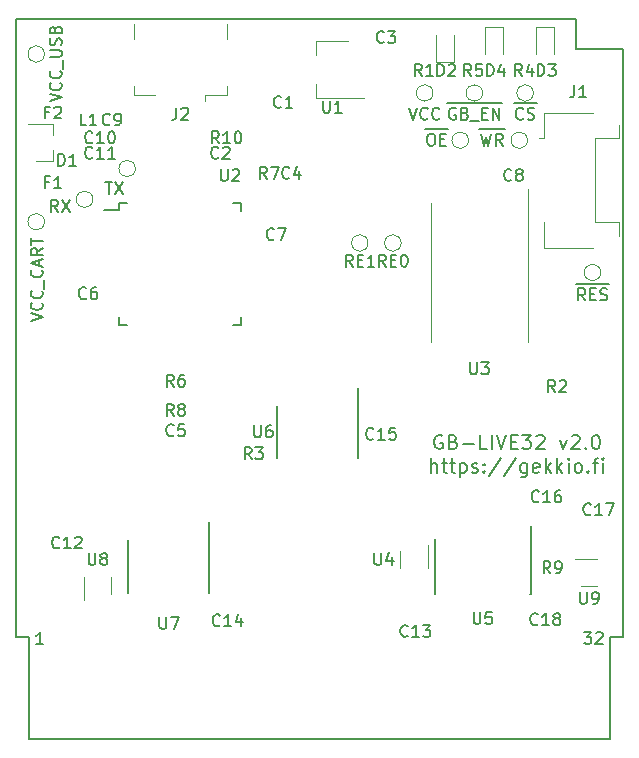
<source format=gbr>
G04 #@! TF.GenerationSoftware,KiCad,Pcbnew,5.0.2-bee76a0~70~ubuntu18.10.1*
G04 #@! TF.CreationDate,2019-01-06T00:11:33+02:00*
G04 #@! TF.ProjectId,GB-LIVE32,47422d4c-4956-4453-9332-2e6b69636164,v2.0*
G04 #@! TF.SameCoordinates,Original*
G04 #@! TF.FileFunction,Legend,Top*
G04 #@! TF.FilePolarity,Positive*
%FSLAX46Y46*%
G04 Gerber Fmt 4.6, Leading zero omitted, Abs format (unit mm)*
G04 Created by KiCad (PCBNEW 5.0.2-bee76a0~70~ubuntu18.10.1) date su  6. tammikuuta 2019 00.11.33*
%MOMM*%
%LPD*%
G01*
G04 APERTURE LIST*
%ADD10C,0.200000*%
%ADD11C,0.150000*%
%ADD12C,0.120000*%
G04 APERTURE END LIST*
D10*
X110357142Y-74300000D02*
X110242857Y-74242857D01*
X110071428Y-74242857D01*
X109899999Y-74300000D01*
X109785714Y-74414285D01*
X109728571Y-74528571D01*
X109671428Y-74757142D01*
X109671428Y-74928571D01*
X109728571Y-75157142D01*
X109785714Y-75271428D01*
X109899999Y-75385714D01*
X110071428Y-75442857D01*
X110185714Y-75442857D01*
X110357142Y-75385714D01*
X110414285Y-75328571D01*
X110414285Y-74928571D01*
X110185714Y-74928571D01*
X111328571Y-74814285D02*
X111499999Y-74871428D01*
X111557142Y-74928571D01*
X111614285Y-75042857D01*
X111614285Y-75214285D01*
X111557142Y-75328571D01*
X111499999Y-75385714D01*
X111385714Y-75442857D01*
X110928571Y-75442857D01*
X110928571Y-74242857D01*
X111328571Y-74242857D01*
X111442857Y-74300000D01*
X111499999Y-74357142D01*
X111557142Y-74471428D01*
X111557142Y-74585714D01*
X111499999Y-74700000D01*
X111442857Y-74757142D01*
X111328571Y-74814285D01*
X110928571Y-74814285D01*
X112128571Y-74985714D02*
X113042857Y-74985714D01*
X114185714Y-75442857D02*
X113614285Y-75442857D01*
X113614285Y-74242857D01*
X114585714Y-75442857D02*
X114585714Y-74242857D01*
X114985714Y-74242857D02*
X115385714Y-75442857D01*
X115785714Y-74242857D01*
X116185714Y-74814285D02*
X116585714Y-74814285D01*
X116757142Y-75442857D02*
X116185714Y-75442857D01*
X116185714Y-74242857D01*
X116757142Y-74242857D01*
X117157142Y-74242857D02*
X117899999Y-74242857D01*
X117499999Y-74700000D01*
X117671428Y-74700000D01*
X117785714Y-74757142D01*
X117842857Y-74814285D01*
X117899999Y-74928571D01*
X117899999Y-75214285D01*
X117842857Y-75328571D01*
X117785714Y-75385714D01*
X117671428Y-75442857D01*
X117328571Y-75442857D01*
X117214285Y-75385714D01*
X117157142Y-75328571D01*
X118357142Y-74357142D02*
X118414285Y-74300000D01*
X118528571Y-74242857D01*
X118814285Y-74242857D01*
X118928571Y-74300000D01*
X118985714Y-74357142D01*
X119042857Y-74471428D01*
X119042857Y-74585714D01*
X118985714Y-74757142D01*
X118299999Y-75442857D01*
X119042857Y-75442857D01*
X120357142Y-74642857D02*
X120642857Y-75442857D01*
X120928571Y-74642857D01*
X121328571Y-74357142D02*
X121385714Y-74300000D01*
X121500000Y-74242857D01*
X121785714Y-74242857D01*
X121900000Y-74300000D01*
X121957142Y-74357142D01*
X122014285Y-74471428D01*
X122014285Y-74585714D01*
X121957142Y-74757142D01*
X121271428Y-75442857D01*
X122014285Y-75442857D01*
X122528571Y-75328571D02*
X122585714Y-75385714D01*
X122528571Y-75442857D01*
X122471428Y-75385714D01*
X122528571Y-75328571D01*
X122528571Y-75442857D01*
X123328571Y-74242857D02*
X123442857Y-74242857D01*
X123557142Y-74300000D01*
X123614285Y-74357142D01*
X123671428Y-74471428D01*
X123728571Y-74700000D01*
X123728571Y-74985714D01*
X123671428Y-75214285D01*
X123614285Y-75328571D01*
X123557142Y-75385714D01*
X123442857Y-75442857D01*
X123328571Y-75442857D01*
X123214285Y-75385714D01*
X123157142Y-75328571D01*
X123099999Y-75214285D01*
X123042857Y-74985714D01*
X123042857Y-74700000D01*
X123099999Y-74471428D01*
X123157142Y-74357142D01*
X123214285Y-74300000D01*
X123328571Y-74242857D01*
X109414285Y-77442857D02*
X109414285Y-76242857D01*
X109928571Y-77442857D02*
X109928571Y-76814285D01*
X109871428Y-76700000D01*
X109757142Y-76642857D01*
X109585714Y-76642857D01*
X109471428Y-76700000D01*
X109414285Y-76757142D01*
X110328571Y-76642857D02*
X110785714Y-76642857D01*
X110500000Y-76242857D02*
X110500000Y-77271428D01*
X110557142Y-77385714D01*
X110671428Y-77442857D01*
X110785714Y-77442857D01*
X111014285Y-76642857D02*
X111471428Y-76642857D01*
X111185714Y-76242857D02*
X111185714Y-77271428D01*
X111242857Y-77385714D01*
X111357142Y-77442857D01*
X111471428Y-77442857D01*
X111871428Y-76642857D02*
X111871428Y-77842857D01*
X111871428Y-76700000D02*
X111985714Y-76642857D01*
X112214285Y-76642857D01*
X112328571Y-76700000D01*
X112385714Y-76757142D01*
X112442857Y-76871428D01*
X112442857Y-77214285D01*
X112385714Y-77328571D01*
X112328571Y-77385714D01*
X112214285Y-77442857D01*
X111985714Y-77442857D01*
X111871428Y-77385714D01*
X112900000Y-77385714D02*
X113014285Y-77442857D01*
X113242857Y-77442857D01*
X113357142Y-77385714D01*
X113414285Y-77271428D01*
X113414285Y-77214285D01*
X113357142Y-77100000D01*
X113242857Y-77042857D01*
X113071428Y-77042857D01*
X112957142Y-76985714D01*
X112900000Y-76871428D01*
X112900000Y-76814285D01*
X112957142Y-76700000D01*
X113071428Y-76642857D01*
X113242857Y-76642857D01*
X113357142Y-76700000D01*
X113928571Y-77328571D02*
X113985714Y-77385714D01*
X113928571Y-77442857D01*
X113871428Y-77385714D01*
X113928571Y-77328571D01*
X113928571Y-77442857D01*
X113928571Y-76700000D02*
X113985714Y-76757142D01*
X113928571Y-76814285D01*
X113871428Y-76757142D01*
X113928571Y-76700000D01*
X113928571Y-76814285D01*
X115357142Y-76185714D02*
X114328571Y-77728571D01*
X116614285Y-76185714D02*
X115585714Y-77728571D01*
X117528571Y-76642857D02*
X117528571Y-77614285D01*
X117471428Y-77728571D01*
X117414285Y-77785714D01*
X117300000Y-77842857D01*
X117128571Y-77842857D01*
X117014285Y-77785714D01*
X117528571Y-77385714D02*
X117414285Y-77442857D01*
X117185714Y-77442857D01*
X117071428Y-77385714D01*
X117014285Y-77328571D01*
X116957142Y-77214285D01*
X116957142Y-76871428D01*
X117014285Y-76757142D01*
X117071428Y-76700000D01*
X117185714Y-76642857D01*
X117414285Y-76642857D01*
X117528571Y-76700000D01*
X118557142Y-77385714D02*
X118442857Y-77442857D01*
X118214285Y-77442857D01*
X118100000Y-77385714D01*
X118042857Y-77271428D01*
X118042857Y-76814285D01*
X118100000Y-76700000D01*
X118214285Y-76642857D01*
X118442857Y-76642857D01*
X118557142Y-76700000D01*
X118614285Y-76814285D01*
X118614285Y-76928571D01*
X118042857Y-77042857D01*
X119128571Y-77442857D02*
X119128571Y-76242857D01*
X119242857Y-76985714D02*
X119585714Y-77442857D01*
X119585714Y-76642857D02*
X119128571Y-77100000D01*
X120100000Y-77442857D02*
X120100000Y-76242857D01*
X120214285Y-76985714D02*
X120557142Y-77442857D01*
X120557142Y-76642857D02*
X120100000Y-77100000D01*
X121071428Y-77442857D02*
X121071428Y-76642857D01*
X121071428Y-76242857D02*
X121014285Y-76300000D01*
X121071428Y-76357142D01*
X121128571Y-76300000D01*
X121071428Y-76242857D01*
X121071428Y-76357142D01*
X121814285Y-77442857D02*
X121700000Y-77385714D01*
X121642857Y-77328571D01*
X121585714Y-77214285D01*
X121585714Y-76871428D01*
X121642857Y-76757142D01*
X121700000Y-76700000D01*
X121814285Y-76642857D01*
X121985714Y-76642857D01*
X122100000Y-76700000D01*
X122157142Y-76757142D01*
X122214285Y-76871428D01*
X122214285Y-77214285D01*
X122157142Y-77328571D01*
X122100000Y-77385714D01*
X121985714Y-77442857D01*
X121814285Y-77442857D01*
X122728571Y-77328571D02*
X122785714Y-77385714D01*
X122728571Y-77442857D01*
X122671428Y-77385714D01*
X122728571Y-77328571D01*
X122728571Y-77442857D01*
X123128571Y-76642857D02*
X123585714Y-76642857D01*
X123300000Y-77442857D02*
X123300000Y-76414285D01*
X123357142Y-76300000D01*
X123471428Y-76242857D01*
X123585714Y-76242857D01*
X123985714Y-77442857D02*
X123985714Y-76642857D01*
X123985714Y-76242857D02*
X123928571Y-76300000D01*
X123985714Y-76357142D01*
X124042857Y-76300000D01*
X123985714Y-76242857D01*
X123985714Y-76357142D01*
D11*
X121700000Y-41600000D02*
X125700000Y-41600000D01*
X121700000Y-39000000D02*
X121700000Y-41600000D01*
X125700000Y-41600000D02*
X125700000Y-91400000D01*
X74300000Y-39000000D02*
X121700000Y-39000000D01*
X74300000Y-91400000D02*
X74300000Y-39000000D01*
X124600000Y-91400000D02*
X125700000Y-91400000D01*
X75400000Y-91400000D02*
X74300000Y-91400000D01*
X124600000Y-91400000D02*
X124600000Y-100000000D01*
X75400000Y-100000000D02*
X124600000Y-100000000D01*
X75400000Y-91400000D02*
X75400000Y-100000000D01*
D12*
G04 #@! TO.C,U3*
X109400000Y-54600000D02*
X109400000Y-66400000D01*
X117600000Y-66400000D02*
X117600000Y-53400000D01*
G04 #@! TO.C,J1*
X123135000Y-46965000D02*
X119005000Y-46965000D01*
X119005000Y-46965000D02*
X119005000Y-49140000D01*
X119005000Y-49140000D02*
X118605000Y-49140000D01*
X123135000Y-58435000D02*
X119005000Y-58435000D01*
X119005000Y-58435000D02*
X119005000Y-56260000D01*
X125325000Y-47980000D02*
X125325000Y-49135000D01*
X125325000Y-49135000D02*
X123325000Y-49135000D01*
X123325000Y-49135000D02*
X123325000Y-56265000D01*
X123325000Y-56265000D02*
X125325000Y-56265000D01*
X125325000Y-56265000D02*
X125325000Y-57420000D01*
G04 #@! TO.C,TP1*
X76700000Y-56200000D02*
G75*
G03X76700000Y-56200000I-700000J0D01*
G01*
G04 #@! TO.C,TP2*
X106900000Y-58000000D02*
G75*
G03X106900000Y-58000000I-700000J0D01*
G01*
G04 #@! TO.C,TP3*
X104100000Y-58000000D02*
G75*
G03X104100000Y-58000000I-700000J0D01*
G01*
G04 #@! TO.C,TP4*
X84400000Y-51700000D02*
G75*
G03X84400000Y-51700000I-700000J0D01*
G01*
G04 #@! TO.C,TP5*
X80800000Y-54300000D02*
G75*
G03X80800000Y-54300000I-700000J0D01*
G01*
G04 #@! TO.C,TP6*
X109600000Y-45300000D02*
G75*
G03X109600000Y-45300000I-700000J0D01*
G01*
G04 #@! TO.C,TP7*
X118100000Y-45300000D02*
G75*
G03X118100000Y-45300000I-700000J0D01*
G01*
G04 #@! TO.C,TP8*
X113800000Y-45300000D02*
G75*
G03X113800000Y-45300000I-700000J0D01*
G01*
G04 #@! TO.C,TP9*
X117600000Y-49300000D02*
G75*
G03X117600000Y-49300000I-700000J0D01*
G01*
G04 #@! TO.C,TP10*
X112600000Y-49300000D02*
G75*
G03X112600000Y-49300000I-700000J0D01*
G01*
G04 #@! TO.C,TP11*
X76700000Y-42000000D02*
G75*
G03X76700000Y-42000000I-700000J0D01*
G01*
G04 #@! TO.C,TP12*
X123800000Y-60500000D02*
G75*
G03X123800000Y-60500000I-700000J0D01*
G01*
G04 #@! TO.C,D1*
X77460000Y-51080000D02*
X77460000Y-50150000D01*
X77460000Y-47920000D02*
X77460000Y-48850000D01*
X77460000Y-47920000D02*
X75300000Y-47920000D01*
X77460000Y-51080000D02*
X76000000Y-51080000D01*
G04 #@! TO.C,D2*
X111360000Y-42670000D02*
X111360000Y-40400000D01*
X109840000Y-42670000D02*
X111360000Y-42670000D01*
X109840000Y-40400000D02*
X109840000Y-42670000D01*
G04 #@! TO.C,D3*
X119860000Y-42000000D02*
X119860000Y-39730000D01*
X119860000Y-39730000D02*
X118340000Y-39730000D01*
X118340000Y-39730000D02*
X118340000Y-42000000D01*
G04 #@! TO.C,D4*
X115560000Y-42000000D02*
X115560000Y-39730000D01*
X115560000Y-39730000D02*
X114040000Y-39730000D01*
X114040000Y-39730000D02*
X114040000Y-42000000D01*
G04 #@! TO.C,J2*
X84250000Y-44700000D02*
X84250000Y-45500000D01*
X84250000Y-45500000D02*
X86100000Y-45500000D01*
X90300000Y-45500000D02*
X92150000Y-45500000D01*
X92150000Y-45500000D02*
X92150000Y-44700000D01*
X90300000Y-45500000D02*
X90300000Y-45950000D01*
X84250000Y-40700000D02*
X84250000Y-39500000D01*
X92150000Y-40700000D02*
X92150000Y-39500000D01*
G04 #@! TO.C,U1*
X99720000Y-42100000D02*
X99720000Y-40900000D01*
X99720000Y-40900000D02*
X102420000Y-40900000D01*
X103720000Y-45700000D02*
X99720000Y-45700000D01*
X99720000Y-45700000D02*
X99720000Y-44500000D01*
D11*
G04 #@! TO.C,U2*
X83025000Y-55200000D02*
X81750000Y-55200000D01*
X93375000Y-54625000D02*
X92700000Y-54625000D01*
X93375000Y-64975000D02*
X92700000Y-64975000D01*
X83025000Y-64975000D02*
X83700000Y-64975000D01*
X83025000Y-54625000D02*
X83700000Y-54625000D01*
X83025000Y-64975000D02*
X83025000Y-64300000D01*
X93375000Y-64975000D02*
X93375000Y-64300000D01*
X93375000Y-54625000D02*
X93375000Y-55300000D01*
X83025000Y-54625000D02*
X83025000Y-55200000D01*
D12*
G04 #@! TO.C,U4*
X109160000Y-85500000D02*
X109160000Y-83600000D01*
X106840000Y-84100000D02*
X106840000Y-85500000D01*
D11*
G04 #@! TO.C,U5*
X117825000Y-87725000D02*
X117800000Y-87725000D01*
X109775000Y-87725000D02*
X109800000Y-87725000D01*
X109775000Y-83075000D02*
X109800000Y-83075000D01*
X117875000Y-82000000D02*
X117875000Y-87725000D01*
X109775000Y-83075000D02*
X109775000Y-87725000D01*
G04 #@! TO.C,U6*
X103250000Y-70250000D02*
X103250000Y-76225000D01*
X96350000Y-71775000D02*
X96350000Y-76225000D01*
G04 #@! TO.C,U7*
X83750000Y-83175000D02*
X83750000Y-87625000D01*
X90650000Y-81650000D02*
X90650000Y-87625000D01*
D12*
G04 #@! TO.C,U8*
X80040000Y-86300000D02*
X80040000Y-88200000D01*
X82360000Y-87700000D02*
X82360000Y-86300000D01*
G04 #@! TO.C,U9*
X122100000Y-87060000D02*
X123500000Y-87060000D01*
X123500000Y-84740000D02*
X121600000Y-84740000D01*
G04 #@! TD*
G04 #@! TO.C,U3*
D11*
X112738095Y-68102380D02*
X112738095Y-68911904D01*
X112785714Y-69007142D01*
X112833333Y-69054761D01*
X112928571Y-69102380D01*
X113119047Y-69102380D01*
X113214285Y-69054761D01*
X113261904Y-69007142D01*
X113309523Y-68911904D01*
X113309523Y-68102380D01*
X113690476Y-68102380D02*
X114309523Y-68102380D01*
X113976190Y-68483333D01*
X114119047Y-68483333D01*
X114214285Y-68530952D01*
X114261904Y-68578571D01*
X114309523Y-68673809D01*
X114309523Y-68911904D01*
X114261904Y-69007142D01*
X114214285Y-69054761D01*
X114119047Y-69102380D01*
X113833333Y-69102380D01*
X113738095Y-69054761D01*
X113690476Y-69007142D01*
G04 #@! TO.C,J1*
X121566666Y-44652380D02*
X121566666Y-45366666D01*
X121519047Y-45509523D01*
X121423809Y-45604761D01*
X121280952Y-45652380D01*
X121185714Y-45652380D01*
X122566666Y-45652380D02*
X121995238Y-45652380D01*
X122280952Y-45652380D02*
X122280952Y-44652380D01*
X122185714Y-44795238D01*
X122090476Y-44890476D01*
X121995238Y-44938095D01*
G04 #@! TO.C,TP1*
X75552380Y-64623809D02*
X76552380Y-64290476D01*
X75552380Y-63957142D01*
X76457142Y-63052380D02*
X76504761Y-63100000D01*
X76552380Y-63242857D01*
X76552380Y-63338095D01*
X76504761Y-63480952D01*
X76409523Y-63576190D01*
X76314285Y-63623809D01*
X76123809Y-63671428D01*
X75980952Y-63671428D01*
X75790476Y-63623809D01*
X75695238Y-63576190D01*
X75600000Y-63480952D01*
X75552380Y-63338095D01*
X75552380Y-63242857D01*
X75600000Y-63100000D01*
X75647619Y-63052380D01*
X76457142Y-62052380D02*
X76504761Y-62100000D01*
X76552380Y-62242857D01*
X76552380Y-62338095D01*
X76504761Y-62480952D01*
X76409523Y-62576190D01*
X76314285Y-62623809D01*
X76123809Y-62671428D01*
X75980952Y-62671428D01*
X75790476Y-62623809D01*
X75695238Y-62576190D01*
X75600000Y-62480952D01*
X75552380Y-62338095D01*
X75552380Y-62242857D01*
X75600000Y-62100000D01*
X75647619Y-62052380D01*
X76647619Y-61861904D02*
X76647619Y-61100000D01*
X76457142Y-60290476D02*
X76504761Y-60338095D01*
X76552380Y-60480952D01*
X76552380Y-60576190D01*
X76504761Y-60719047D01*
X76409523Y-60814285D01*
X76314285Y-60861904D01*
X76123809Y-60909523D01*
X75980952Y-60909523D01*
X75790476Y-60861904D01*
X75695238Y-60814285D01*
X75600000Y-60719047D01*
X75552380Y-60576190D01*
X75552380Y-60480952D01*
X75600000Y-60338095D01*
X75647619Y-60290476D01*
X76266666Y-59909523D02*
X76266666Y-59433333D01*
X76552380Y-60004761D02*
X75552380Y-59671428D01*
X76552380Y-59338095D01*
X76552380Y-58433333D02*
X76076190Y-58766666D01*
X76552380Y-59004761D02*
X75552380Y-59004761D01*
X75552380Y-58623809D01*
X75600000Y-58528571D01*
X75647619Y-58480952D01*
X75742857Y-58433333D01*
X75885714Y-58433333D01*
X75980952Y-58480952D01*
X76028571Y-58528571D01*
X76076190Y-58623809D01*
X76076190Y-59004761D01*
X75552380Y-58147619D02*
X75552380Y-57576190D01*
X76552380Y-57861904D02*
X75552380Y-57861904D01*
G04 #@! TO.C,TP2*
X105580952Y-60002380D02*
X105247619Y-59526190D01*
X105009523Y-60002380D02*
X105009523Y-59002380D01*
X105390476Y-59002380D01*
X105485714Y-59050000D01*
X105533333Y-59097619D01*
X105580952Y-59192857D01*
X105580952Y-59335714D01*
X105533333Y-59430952D01*
X105485714Y-59478571D01*
X105390476Y-59526190D01*
X105009523Y-59526190D01*
X106009523Y-59478571D02*
X106342857Y-59478571D01*
X106485714Y-60002380D02*
X106009523Y-60002380D01*
X106009523Y-59002380D01*
X106485714Y-59002380D01*
X107104761Y-59002380D02*
X107200000Y-59002380D01*
X107295238Y-59050000D01*
X107342857Y-59097619D01*
X107390476Y-59192857D01*
X107438095Y-59383333D01*
X107438095Y-59621428D01*
X107390476Y-59811904D01*
X107342857Y-59907142D01*
X107295238Y-59954761D01*
X107200000Y-60002380D01*
X107104761Y-60002380D01*
X107009523Y-59954761D01*
X106961904Y-59907142D01*
X106914285Y-59811904D01*
X106866666Y-59621428D01*
X106866666Y-59383333D01*
X106914285Y-59192857D01*
X106961904Y-59097619D01*
X107009523Y-59050000D01*
X107104761Y-59002380D01*
G04 #@! TO.C,TP3*
X102780952Y-60002380D02*
X102447619Y-59526190D01*
X102209523Y-60002380D02*
X102209523Y-59002380D01*
X102590476Y-59002380D01*
X102685714Y-59050000D01*
X102733333Y-59097619D01*
X102780952Y-59192857D01*
X102780952Y-59335714D01*
X102733333Y-59430952D01*
X102685714Y-59478571D01*
X102590476Y-59526190D01*
X102209523Y-59526190D01*
X103209523Y-59478571D02*
X103542857Y-59478571D01*
X103685714Y-60002380D02*
X103209523Y-60002380D01*
X103209523Y-59002380D01*
X103685714Y-59002380D01*
X104638095Y-60002380D02*
X104066666Y-60002380D01*
X104352380Y-60002380D02*
X104352380Y-59002380D01*
X104257142Y-59145238D01*
X104161904Y-59240476D01*
X104066666Y-59288095D01*
G04 #@! TO.C,TP4*
X81838095Y-52852380D02*
X82409523Y-52852380D01*
X82123809Y-53852380D02*
X82123809Y-52852380D01*
X82647619Y-52852380D02*
X83314285Y-53852380D01*
X83314285Y-52852380D02*
X82647619Y-53852380D01*
G04 #@! TO.C,TP5*
X77833333Y-55352380D02*
X77500000Y-54876190D01*
X77261904Y-55352380D02*
X77261904Y-54352380D01*
X77642857Y-54352380D01*
X77738095Y-54400000D01*
X77785714Y-54447619D01*
X77833333Y-54542857D01*
X77833333Y-54685714D01*
X77785714Y-54780952D01*
X77738095Y-54828571D01*
X77642857Y-54876190D01*
X77261904Y-54876190D01*
X78166666Y-54352380D02*
X78833333Y-55352380D01*
X78833333Y-54352380D02*
X78166666Y-55352380D01*
G04 #@! TO.C,TP6*
X107566666Y-46552380D02*
X107900000Y-47552380D01*
X108233333Y-46552380D01*
X109138095Y-47457142D02*
X109090476Y-47504761D01*
X108947619Y-47552380D01*
X108852380Y-47552380D01*
X108709523Y-47504761D01*
X108614285Y-47409523D01*
X108566666Y-47314285D01*
X108519047Y-47123809D01*
X108519047Y-46980952D01*
X108566666Y-46790476D01*
X108614285Y-46695238D01*
X108709523Y-46600000D01*
X108852380Y-46552380D01*
X108947619Y-46552380D01*
X109090476Y-46600000D01*
X109138095Y-46647619D01*
X110138095Y-47457142D02*
X110090476Y-47504761D01*
X109947619Y-47552380D01*
X109852380Y-47552380D01*
X109709523Y-47504761D01*
X109614285Y-47409523D01*
X109566666Y-47314285D01*
X109519047Y-47123809D01*
X109519047Y-46980952D01*
X109566666Y-46790476D01*
X109614285Y-46695238D01*
X109709523Y-46600000D01*
X109852380Y-46552380D01*
X109947619Y-46552380D01*
X110090476Y-46600000D01*
X110138095Y-46647619D01*
G04 #@! TO.C,TP7*
X116423809Y-46185000D02*
X117423809Y-46185000D01*
X117233333Y-47457142D02*
X117185714Y-47504761D01*
X117042857Y-47552380D01*
X116947619Y-47552380D01*
X116804761Y-47504761D01*
X116709523Y-47409523D01*
X116661904Y-47314285D01*
X116614285Y-47123809D01*
X116614285Y-46980952D01*
X116661904Y-46790476D01*
X116709523Y-46695238D01*
X116804761Y-46600000D01*
X116947619Y-46552380D01*
X117042857Y-46552380D01*
X117185714Y-46600000D01*
X117233333Y-46647619D01*
X117423809Y-46185000D02*
X118376190Y-46185000D01*
X117614285Y-47504761D02*
X117757142Y-47552380D01*
X117995238Y-47552380D01*
X118090476Y-47504761D01*
X118138095Y-47457142D01*
X118185714Y-47361904D01*
X118185714Y-47266666D01*
X118138095Y-47171428D01*
X118090476Y-47123809D01*
X117995238Y-47076190D01*
X117804761Y-47028571D01*
X117709523Y-46980952D01*
X117661904Y-46933333D01*
X117614285Y-46838095D01*
X117614285Y-46742857D01*
X117661904Y-46647619D01*
X117709523Y-46600000D01*
X117804761Y-46552380D01*
X118042857Y-46552380D01*
X118185714Y-46600000D01*
G04 #@! TO.C,TP8*
X110742857Y-46185000D02*
X111742857Y-46185000D01*
X111504761Y-46600000D02*
X111409523Y-46552380D01*
X111266666Y-46552380D01*
X111123809Y-46600000D01*
X111028571Y-46695238D01*
X110980952Y-46790476D01*
X110933333Y-46980952D01*
X110933333Y-47123809D01*
X110980952Y-47314285D01*
X111028571Y-47409523D01*
X111123809Y-47504761D01*
X111266666Y-47552380D01*
X111361904Y-47552380D01*
X111504761Y-47504761D01*
X111552380Y-47457142D01*
X111552380Y-47123809D01*
X111361904Y-47123809D01*
X111742857Y-46185000D02*
X112742857Y-46185000D01*
X112314285Y-47028571D02*
X112457142Y-47076190D01*
X112504761Y-47123809D01*
X112552380Y-47219047D01*
X112552380Y-47361904D01*
X112504761Y-47457142D01*
X112457142Y-47504761D01*
X112361904Y-47552380D01*
X111980952Y-47552380D01*
X111980952Y-46552380D01*
X112314285Y-46552380D01*
X112409523Y-46600000D01*
X112457142Y-46647619D01*
X112504761Y-46742857D01*
X112504761Y-46838095D01*
X112457142Y-46933333D01*
X112409523Y-46980952D01*
X112314285Y-47028571D01*
X111980952Y-47028571D01*
X112742857Y-46185000D02*
X113504761Y-46185000D01*
X112742857Y-47647619D02*
X113504761Y-47647619D01*
X113504761Y-46185000D02*
X114409523Y-46185000D01*
X113742857Y-47028571D02*
X114076190Y-47028571D01*
X114219047Y-47552380D02*
X113742857Y-47552380D01*
X113742857Y-46552380D01*
X114219047Y-46552380D01*
X114409523Y-46185000D02*
X115457142Y-46185000D01*
X114647619Y-47552380D02*
X114647619Y-46552380D01*
X115219047Y-47552380D01*
X115219047Y-46552380D01*
G04 #@! TO.C,TP9*
X113528571Y-48385000D02*
X114671428Y-48385000D01*
X113671428Y-48752380D02*
X113909523Y-49752380D01*
X114100000Y-49038095D01*
X114290476Y-49752380D01*
X114528571Y-48752380D01*
X114671428Y-48385000D02*
X115671428Y-48385000D01*
X115480952Y-49752380D02*
X115147619Y-49276190D01*
X114909523Y-49752380D02*
X114909523Y-48752380D01*
X115290476Y-48752380D01*
X115385714Y-48800000D01*
X115433333Y-48847619D01*
X115480952Y-48942857D01*
X115480952Y-49085714D01*
X115433333Y-49180952D01*
X115385714Y-49228571D01*
X115290476Y-49276190D01*
X114909523Y-49276190D01*
G04 #@! TO.C,TP10*
X108923809Y-48385000D02*
X109971428Y-48385000D01*
X109352380Y-48752380D02*
X109542857Y-48752380D01*
X109638095Y-48800000D01*
X109733333Y-48895238D01*
X109780952Y-49085714D01*
X109780952Y-49419047D01*
X109733333Y-49609523D01*
X109638095Y-49704761D01*
X109542857Y-49752380D01*
X109352380Y-49752380D01*
X109257142Y-49704761D01*
X109161904Y-49609523D01*
X109114285Y-49419047D01*
X109114285Y-49085714D01*
X109161904Y-48895238D01*
X109257142Y-48800000D01*
X109352380Y-48752380D01*
X109971428Y-48385000D02*
X110876190Y-48385000D01*
X110209523Y-49228571D02*
X110542857Y-49228571D01*
X110685714Y-49752380D02*
X110209523Y-49752380D01*
X110209523Y-48752380D01*
X110685714Y-48752380D01*
G04 #@! TO.C,TP11*
X77152380Y-46014285D02*
X78152380Y-45680952D01*
X77152380Y-45347619D01*
X78057142Y-44442857D02*
X78104761Y-44490476D01*
X78152380Y-44633333D01*
X78152380Y-44728571D01*
X78104761Y-44871428D01*
X78009523Y-44966666D01*
X77914285Y-45014285D01*
X77723809Y-45061904D01*
X77580952Y-45061904D01*
X77390476Y-45014285D01*
X77295238Y-44966666D01*
X77200000Y-44871428D01*
X77152380Y-44728571D01*
X77152380Y-44633333D01*
X77200000Y-44490476D01*
X77247619Y-44442857D01*
X78057142Y-43442857D02*
X78104761Y-43490476D01*
X78152380Y-43633333D01*
X78152380Y-43728571D01*
X78104761Y-43871428D01*
X78009523Y-43966666D01*
X77914285Y-44014285D01*
X77723809Y-44061904D01*
X77580952Y-44061904D01*
X77390476Y-44014285D01*
X77295238Y-43966666D01*
X77200000Y-43871428D01*
X77152380Y-43728571D01*
X77152380Y-43633333D01*
X77200000Y-43490476D01*
X77247619Y-43442857D01*
X78247619Y-43252380D02*
X78247619Y-42490476D01*
X77152380Y-42252380D02*
X77961904Y-42252380D01*
X78057142Y-42204761D01*
X78104761Y-42157142D01*
X78152380Y-42061904D01*
X78152380Y-41871428D01*
X78104761Y-41776190D01*
X78057142Y-41728571D01*
X77961904Y-41680952D01*
X77152380Y-41680952D01*
X78104761Y-41252380D02*
X78152380Y-41109523D01*
X78152380Y-40871428D01*
X78104761Y-40776190D01*
X78057142Y-40728571D01*
X77961904Y-40680952D01*
X77866666Y-40680952D01*
X77771428Y-40728571D01*
X77723809Y-40776190D01*
X77676190Y-40871428D01*
X77628571Y-41061904D01*
X77580952Y-41157142D01*
X77533333Y-41204761D01*
X77438095Y-41252380D01*
X77342857Y-41252380D01*
X77247619Y-41204761D01*
X77200000Y-41157142D01*
X77152380Y-41061904D01*
X77152380Y-40823809D01*
X77200000Y-40680952D01*
X77628571Y-39919047D02*
X77676190Y-39776190D01*
X77723809Y-39728571D01*
X77819047Y-39680952D01*
X77961904Y-39680952D01*
X78057142Y-39728571D01*
X78104761Y-39776190D01*
X78152380Y-39871428D01*
X78152380Y-40252380D01*
X77152380Y-40252380D01*
X77152380Y-39919047D01*
X77200000Y-39823809D01*
X77247619Y-39776190D01*
X77342857Y-39728571D01*
X77438095Y-39728571D01*
X77533333Y-39776190D01*
X77580952Y-39823809D01*
X77628571Y-39919047D01*
X77628571Y-40252380D01*
G04 #@! TO.C,TP12*
X121671428Y-61485000D02*
X122671428Y-61485000D01*
X122480952Y-62852380D02*
X122147619Y-62376190D01*
X121909523Y-62852380D02*
X121909523Y-61852380D01*
X122290476Y-61852380D01*
X122385714Y-61900000D01*
X122433333Y-61947619D01*
X122480952Y-62042857D01*
X122480952Y-62185714D01*
X122433333Y-62280952D01*
X122385714Y-62328571D01*
X122290476Y-62376190D01*
X121909523Y-62376190D01*
X122671428Y-61485000D02*
X123576190Y-61485000D01*
X122909523Y-62328571D02*
X123242857Y-62328571D01*
X123385714Y-62852380D02*
X122909523Y-62852380D01*
X122909523Y-61852380D01*
X123385714Y-61852380D01*
X123576190Y-61485000D02*
X124528571Y-61485000D01*
X123766666Y-62804761D02*
X123909523Y-62852380D01*
X124147619Y-62852380D01*
X124242857Y-62804761D01*
X124290476Y-62757142D01*
X124338095Y-62661904D01*
X124338095Y-62566666D01*
X124290476Y-62471428D01*
X124242857Y-62423809D01*
X124147619Y-62376190D01*
X123957142Y-62328571D01*
X123861904Y-62280952D01*
X123814285Y-62233333D01*
X123766666Y-62138095D01*
X123766666Y-62042857D01*
X123814285Y-61947619D01*
X123861904Y-61900000D01*
X123957142Y-61852380D01*
X124195238Y-61852380D01*
X124338095Y-61900000D01*
G04 #@! TO.C,C1*
X96733333Y-46457142D02*
X96685714Y-46504761D01*
X96542857Y-46552380D01*
X96447619Y-46552380D01*
X96304761Y-46504761D01*
X96209523Y-46409523D01*
X96161904Y-46314285D01*
X96114285Y-46123809D01*
X96114285Y-45980952D01*
X96161904Y-45790476D01*
X96209523Y-45695238D01*
X96304761Y-45600000D01*
X96447619Y-45552380D01*
X96542857Y-45552380D01*
X96685714Y-45600000D01*
X96733333Y-45647619D01*
X97685714Y-46552380D02*
X97114285Y-46552380D01*
X97400000Y-46552380D02*
X97400000Y-45552380D01*
X97304761Y-45695238D01*
X97209523Y-45790476D01*
X97114285Y-45838095D01*
G04 #@! TO.C,C2*
X91433333Y-50757142D02*
X91385714Y-50804761D01*
X91242857Y-50852380D01*
X91147619Y-50852380D01*
X91004761Y-50804761D01*
X90909523Y-50709523D01*
X90861904Y-50614285D01*
X90814285Y-50423809D01*
X90814285Y-50280952D01*
X90861904Y-50090476D01*
X90909523Y-49995238D01*
X91004761Y-49900000D01*
X91147619Y-49852380D01*
X91242857Y-49852380D01*
X91385714Y-49900000D01*
X91433333Y-49947619D01*
X91814285Y-49947619D02*
X91861904Y-49900000D01*
X91957142Y-49852380D01*
X92195238Y-49852380D01*
X92290476Y-49900000D01*
X92338095Y-49947619D01*
X92385714Y-50042857D01*
X92385714Y-50138095D01*
X92338095Y-50280952D01*
X91766666Y-50852380D01*
X92385714Y-50852380D01*
G04 #@! TO.C,C3*
X105433333Y-40957142D02*
X105385714Y-41004761D01*
X105242857Y-41052380D01*
X105147619Y-41052380D01*
X105004761Y-41004761D01*
X104909523Y-40909523D01*
X104861904Y-40814285D01*
X104814285Y-40623809D01*
X104814285Y-40480952D01*
X104861904Y-40290476D01*
X104909523Y-40195238D01*
X105004761Y-40100000D01*
X105147619Y-40052380D01*
X105242857Y-40052380D01*
X105385714Y-40100000D01*
X105433333Y-40147619D01*
X105766666Y-40052380D02*
X106385714Y-40052380D01*
X106052380Y-40433333D01*
X106195238Y-40433333D01*
X106290476Y-40480952D01*
X106338095Y-40528571D01*
X106385714Y-40623809D01*
X106385714Y-40861904D01*
X106338095Y-40957142D01*
X106290476Y-41004761D01*
X106195238Y-41052380D01*
X105909523Y-41052380D01*
X105814285Y-41004761D01*
X105766666Y-40957142D01*
G04 #@! TO.C,C4*
X97433333Y-52457142D02*
X97385714Y-52504761D01*
X97242857Y-52552380D01*
X97147619Y-52552380D01*
X97004761Y-52504761D01*
X96909523Y-52409523D01*
X96861904Y-52314285D01*
X96814285Y-52123809D01*
X96814285Y-51980952D01*
X96861904Y-51790476D01*
X96909523Y-51695238D01*
X97004761Y-51600000D01*
X97147619Y-51552380D01*
X97242857Y-51552380D01*
X97385714Y-51600000D01*
X97433333Y-51647619D01*
X98290476Y-51885714D02*
X98290476Y-52552380D01*
X98052380Y-51504761D02*
X97814285Y-52219047D01*
X98433333Y-52219047D01*
G04 #@! TO.C,C5*
X87633333Y-74257142D02*
X87585714Y-74304761D01*
X87442857Y-74352380D01*
X87347619Y-74352380D01*
X87204761Y-74304761D01*
X87109523Y-74209523D01*
X87061904Y-74114285D01*
X87014285Y-73923809D01*
X87014285Y-73780952D01*
X87061904Y-73590476D01*
X87109523Y-73495238D01*
X87204761Y-73400000D01*
X87347619Y-73352380D01*
X87442857Y-73352380D01*
X87585714Y-73400000D01*
X87633333Y-73447619D01*
X88538095Y-73352380D02*
X88061904Y-73352380D01*
X88014285Y-73828571D01*
X88061904Y-73780952D01*
X88157142Y-73733333D01*
X88395238Y-73733333D01*
X88490476Y-73780952D01*
X88538095Y-73828571D01*
X88585714Y-73923809D01*
X88585714Y-74161904D01*
X88538095Y-74257142D01*
X88490476Y-74304761D01*
X88395238Y-74352380D01*
X88157142Y-74352380D01*
X88061904Y-74304761D01*
X88014285Y-74257142D01*
G04 #@! TO.C,C6*
X80233333Y-62657142D02*
X80185714Y-62704761D01*
X80042857Y-62752380D01*
X79947619Y-62752380D01*
X79804761Y-62704761D01*
X79709523Y-62609523D01*
X79661904Y-62514285D01*
X79614285Y-62323809D01*
X79614285Y-62180952D01*
X79661904Y-61990476D01*
X79709523Y-61895238D01*
X79804761Y-61800000D01*
X79947619Y-61752380D01*
X80042857Y-61752380D01*
X80185714Y-61800000D01*
X80233333Y-61847619D01*
X81090476Y-61752380D02*
X80900000Y-61752380D01*
X80804761Y-61800000D01*
X80757142Y-61847619D01*
X80661904Y-61990476D01*
X80614285Y-62180952D01*
X80614285Y-62561904D01*
X80661904Y-62657142D01*
X80709523Y-62704761D01*
X80804761Y-62752380D01*
X80995238Y-62752380D01*
X81090476Y-62704761D01*
X81138095Y-62657142D01*
X81185714Y-62561904D01*
X81185714Y-62323809D01*
X81138095Y-62228571D01*
X81090476Y-62180952D01*
X80995238Y-62133333D01*
X80804761Y-62133333D01*
X80709523Y-62180952D01*
X80661904Y-62228571D01*
X80614285Y-62323809D01*
G04 #@! TO.C,C7*
X96133333Y-57657142D02*
X96085714Y-57704761D01*
X95942857Y-57752380D01*
X95847619Y-57752380D01*
X95704761Y-57704761D01*
X95609523Y-57609523D01*
X95561904Y-57514285D01*
X95514285Y-57323809D01*
X95514285Y-57180952D01*
X95561904Y-56990476D01*
X95609523Y-56895238D01*
X95704761Y-56800000D01*
X95847619Y-56752380D01*
X95942857Y-56752380D01*
X96085714Y-56800000D01*
X96133333Y-56847619D01*
X96466666Y-56752380D02*
X97133333Y-56752380D01*
X96704761Y-57752380D01*
G04 #@! TO.C,C8*
X116233333Y-52657142D02*
X116185714Y-52704761D01*
X116042857Y-52752380D01*
X115947619Y-52752380D01*
X115804761Y-52704761D01*
X115709523Y-52609523D01*
X115661904Y-52514285D01*
X115614285Y-52323809D01*
X115614285Y-52180952D01*
X115661904Y-51990476D01*
X115709523Y-51895238D01*
X115804761Y-51800000D01*
X115947619Y-51752380D01*
X116042857Y-51752380D01*
X116185714Y-51800000D01*
X116233333Y-51847619D01*
X116804761Y-52180952D02*
X116709523Y-52133333D01*
X116661904Y-52085714D01*
X116614285Y-51990476D01*
X116614285Y-51942857D01*
X116661904Y-51847619D01*
X116709523Y-51800000D01*
X116804761Y-51752380D01*
X116995238Y-51752380D01*
X117090476Y-51800000D01*
X117138095Y-51847619D01*
X117185714Y-51942857D01*
X117185714Y-51990476D01*
X117138095Y-52085714D01*
X117090476Y-52133333D01*
X116995238Y-52180952D01*
X116804761Y-52180952D01*
X116709523Y-52228571D01*
X116661904Y-52276190D01*
X116614285Y-52371428D01*
X116614285Y-52561904D01*
X116661904Y-52657142D01*
X116709523Y-52704761D01*
X116804761Y-52752380D01*
X116995238Y-52752380D01*
X117090476Y-52704761D01*
X117138095Y-52657142D01*
X117185714Y-52561904D01*
X117185714Y-52371428D01*
X117138095Y-52276190D01*
X117090476Y-52228571D01*
X116995238Y-52180952D01*
G04 #@! TO.C,C9*
X82233333Y-47957142D02*
X82185714Y-48004761D01*
X82042857Y-48052380D01*
X81947619Y-48052380D01*
X81804761Y-48004761D01*
X81709523Y-47909523D01*
X81661904Y-47814285D01*
X81614285Y-47623809D01*
X81614285Y-47480952D01*
X81661904Y-47290476D01*
X81709523Y-47195238D01*
X81804761Y-47100000D01*
X81947619Y-47052380D01*
X82042857Y-47052380D01*
X82185714Y-47100000D01*
X82233333Y-47147619D01*
X82709523Y-48052380D02*
X82900000Y-48052380D01*
X82995238Y-48004761D01*
X83042857Y-47957142D01*
X83138095Y-47814285D01*
X83185714Y-47623809D01*
X83185714Y-47242857D01*
X83138095Y-47147619D01*
X83090476Y-47100000D01*
X82995238Y-47052380D01*
X82804761Y-47052380D01*
X82709523Y-47100000D01*
X82661904Y-47147619D01*
X82614285Y-47242857D01*
X82614285Y-47480952D01*
X82661904Y-47576190D01*
X82709523Y-47623809D01*
X82804761Y-47671428D01*
X82995238Y-47671428D01*
X83090476Y-47623809D01*
X83138095Y-47576190D01*
X83185714Y-47480952D01*
G04 #@! TO.C,C10*
X80757142Y-49457142D02*
X80709523Y-49504761D01*
X80566666Y-49552380D01*
X80471428Y-49552380D01*
X80328571Y-49504761D01*
X80233333Y-49409523D01*
X80185714Y-49314285D01*
X80138095Y-49123809D01*
X80138095Y-48980952D01*
X80185714Y-48790476D01*
X80233333Y-48695238D01*
X80328571Y-48600000D01*
X80471428Y-48552380D01*
X80566666Y-48552380D01*
X80709523Y-48600000D01*
X80757142Y-48647619D01*
X81709523Y-49552380D02*
X81138095Y-49552380D01*
X81423809Y-49552380D02*
X81423809Y-48552380D01*
X81328571Y-48695238D01*
X81233333Y-48790476D01*
X81138095Y-48838095D01*
X82328571Y-48552380D02*
X82423809Y-48552380D01*
X82519047Y-48600000D01*
X82566666Y-48647619D01*
X82614285Y-48742857D01*
X82661904Y-48933333D01*
X82661904Y-49171428D01*
X82614285Y-49361904D01*
X82566666Y-49457142D01*
X82519047Y-49504761D01*
X82423809Y-49552380D01*
X82328571Y-49552380D01*
X82233333Y-49504761D01*
X82185714Y-49457142D01*
X82138095Y-49361904D01*
X82090476Y-49171428D01*
X82090476Y-48933333D01*
X82138095Y-48742857D01*
X82185714Y-48647619D01*
X82233333Y-48600000D01*
X82328571Y-48552380D01*
G04 #@! TO.C,C11*
X80757142Y-50757142D02*
X80709523Y-50804761D01*
X80566666Y-50852380D01*
X80471428Y-50852380D01*
X80328571Y-50804761D01*
X80233333Y-50709523D01*
X80185714Y-50614285D01*
X80138095Y-50423809D01*
X80138095Y-50280952D01*
X80185714Y-50090476D01*
X80233333Y-49995238D01*
X80328571Y-49900000D01*
X80471428Y-49852380D01*
X80566666Y-49852380D01*
X80709523Y-49900000D01*
X80757142Y-49947619D01*
X81709523Y-50852380D02*
X81138095Y-50852380D01*
X81423809Y-50852380D02*
X81423809Y-49852380D01*
X81328571Y-49995238D01*
X81233333Y-50090476D01*
X81138095Y-50138095D01*
X82661904Y-50852380D02*
X82090476Y-50852380D01*
X82376190Y-50852380D02*
X82376190Y-49852380D01*
X82280952Y-49995238D01*
X82185714Y-50090476D01*
X82090476Y-50138095D01*
G04 #@! TO.C,C12*
X77957142Y-83757142D02*
X77909523Y-83804761D01*
X77766666Y-83852380D01*
X77671428Y-83852380D01*
X77528571Y-83804761D01*
X77433333Y-83709523D01*
X77385714Y-83614285D01*
X77338095Y-83423809D01*
X77338095Y-83280952D01*
X77385714Y-83090476D01*
X77433333Y-82995238D01*
X77528571Y-82900000D01*
X77671428Y-82852380D01*
X77766666Y-82852380D01*
X77909523Y-82900000D01*
X77957142Y-82947619D01*
X78909523Y-83852380D02*
X78338095Y-83852380D01*
X78623809Y-83852380D02*
X78623809Y-82852380D01*
X78528571Y-82995238D01*
X78433333Y-83090476D01*
X78338095Y-83138095D01*
X79290476Y-82947619D02*
X79338095Y-82900000D01*
X79433333Y-82852380D01*
X79671428Y-82852380D01*
X79766666Y-82900000D01*
X79814285Y-82947619D01*
X79861904Y-83042857D01*
X79861904Y-83138095D01*
X79814285Y-83280952D01*
X79242857Y-83852380D01*
X79861904Y-83852380D01*
G04 #@! TO.C,C13*
X107457142Y-91257142D02*
X107409523Y-91304761D01*
X107266666Y-91352380D01*
X107171428Y-91352380D01*
X107028571Y-91304761D01*
X106933333Y-91209523D01*
X106885714Y-91114285D01*
X106838095Y-90923809D01*
X106838095Y-90780952D01*
X106885714Y-90590476D01*
X106933333Y-90495238D01*
X107028571Y-90400000D01*
X107171428Y-90352380D01*
X107266666Y-90352380D01*
X107409523Y-90400000D01*
X107457142Y-90447619D01*
X108409523Y-91352380D02*
X107838095Y-91352380D01*
X108123809Y-91352380D02*
X108123809Y-90352380D01*
X108028571Y-90495238D01*
X107933333Y-90590476D01*
X107838095Y-90638095D01*
X108742857Y-90352380D02*
X109361904Y-90352380D01*
X109028571Y-90733333D01*
X109171428Y-90733333D01*
X109266666Y-90780952D01*
X109314285Y-90828571D01*
X109361904Y-90923809D01*
X109361904Y-91161904D01*
X109314285Y-91257142D01*
X109266666Y-91304761D01*
X109171428Y-91352380D01*
X108885714Y-91352380D01*
X108790476Y-91304761D01*
X108742857Y-91257142D01*
G04 #@! TO.C,C14*
X91557142Y-90357142D02*
X91509523Y-90404761D01*
X91366666Y-90452380D01*
X91271428Y-90452380D01*
X91128571Y-90404761D01*
X91033333Y-90309523D01*
X90985714Y-90214285D01*
X90938095Y-90023809D01*
X90938095Y-89880952D01*
X90985714Y-89690476D01*
X91033333Y-89595238D01*
X91128571Y-89500000D01*
X91271428Y-89452380D01*
X91366666Y-89452380D01*
X91509523Y-89500000D01*
X91557142Y-89547619D01*
X92509523Y-90452380D02*
X91938095Y-90452380D01*
X92223809Y-90452380D02*
X92223809Y-89452380D01*
X92128571Y-89595238D01*
X92033333Y-89690476D01*
X91938095Y-89738095D01*
X93366666Y-89785714D02*
X93366666Y-90452380D01*
X93128571Y-89404761D02*
X92890476Y-90119047D01*
X93509523Y-90119047D01*
G04 #@! TO.C,C15*
X104557142Y-74557142D02*
X104509523Y-74604761D01*
X104366666Y-74652380D01*
X104271428Y-74652380D01*
X104128571Y-74604761D01*
X104033333Y-74509523D01*
X103985714Y-74414285D01*
X103938095Y-74223809D01*
X103938095Y-74080952D01*
X103985714Y-73890476D01*
X104033333Y-73795238D01*
X104128571Y-73700000D01*
X104271428Y-73652380D01*
X104366666Y-73652380D01*
X104509523Y-73700000D01*
X104557142Y-73747619D01*
X105509523Y-74652380D02*
X104938095Y-74652380D01*
X105223809Y-74652380D02*
X105223809Y-73652380D01*
X105128571Y-73795238D01*
X105033333Y-73890476D01*
X104938095Y-73938095D01*
X106414285Y-73652380D02*
X105938095Y-73652380D01*
X105890476Y-74128571D01*
X105938095Y-74080952D01*
X106033333Y-74033333D01*
X106271428Y-74033333D01*
X106366666Y-74080952D01*
X106414285Y-74128571D01*
X106461904Y-74223809D01*
X106461904Y-74461904D01*
X106414285Y-74557142D01*
X106366666Y-74604761D01*
X106271428Y-74652380D01*
X106033333Y-74652380D01*
X105938095Y-74604761D01*
X105890476Y-74557142D01*
G04 #@! TO.C,C16*
X118557142Y-79857142D02*
X118509523Y-79904761D01*
X118366666Y-79952380D01*
X118271428Y-79952380D01*
X118128571Y-79904761D01*
X118033333Y-79809523D01*
X117985714Y-79714285D01*
X117938095Y-79523809D01*
X117938095Y-79380952D01*
X117985714Y-79190476D01*
X118033333Y-79095238D01*
X118128571Y-79000000D01*
X118271428Y-78952380D01*
X118366666Y-78952380D01*
X118509523Y-79000000D01*
X118557142Y-79047619D01*
X119509523Y-79952380D02*
X118938095Y-79952380D01*
X119223809Y-79952380D02*
X119223809Y-78952380D01*
X119128571Y-79095238D01*
X119033333Y-79190476D01*
X118938095Y-79238095D01*
X120366666Y-78952380D02*
X120176190Y-78952380D01*
X120080952Y-79000000D01*
X120033333Y-79047619D01*
X119938095Y-79190476D01*
X119890476Y-79380952D01*
X119890476Y-79761904D01*
X119938095Y-79857142D01*
X119985714Y-79904761D01*
X120080952Y-79952380D01*
X120271428Y-79952380D01*
X120366666Y-79904761D01*
X120414285Y-79857142D01*
X120461904Y-79761904D01*
X120461904Y-79523809D01*
X120414285Y-79428571D01*
X120366666Y-79380952D01*
X120271428Y-79333333D01*
X120080952Y-79333333D01*
X119985714Y-79380952D01*
X119938095Y-79428571D01*
X119890476Y-79523809D01*
G04 #@! TO.C,C17*
X122957142Y-80957142D02*
X122909523Y-81004761D01*
X122766666Y-81052380D01*
X122671428Y-81052380D01*
X122528571Y-81004761D01*
X122433333Y-80909523D01*
X122385714Y-80814285D01*
X122338095Y-80623809D01*
X122338095Y-80480952D01*
X122385714Y-80290476D01*
X122433333Y-80195238D01*
X122528571Y-80100000D01*
X122671428Y-80052380D01*
X122766666Y-80052380D01*
X122909523Y-80100000D01*
X122957142Y-80147619D01*
X123909523Y-81052380D02*
X123338095Y-81052380D01*
X123623809Y-81052380D02*
X123623809Y-80052380D01*
X123528571Y-80195238D01*
X123433333Y-80290476D01*
X123338095Y-80338095D01*
X124242857Y-80052380D02*
X124909523Y-80052380D01*
X124480952Y-81052380D01*
G04 #@! TO.C,C18*
X118457142Y-90257142D02*
X118409523Y-90304761D01*
X118266666Y-90352380D01*
X118171428Y-90352380D01*
X118028571Y-90304761D01*
X117933333Y-90209523D01*
X117885714Y-90114285D01*
X117838095Y-89923809D01*
X117838095Y-89780952D01*
X117885714Y-89590476D01*
X117933333Y-89495238D01*
X118028571Y-89400000D01*
X118171428Y-89352380D01*
X118266666Y-89352380D01*
X118409523Y-89400000D01*
X118457142Y-89447619D01*
X119409523Y-90352380D02*
X118838095Y-90352380D01*
X119123809Y-90352380D02*
X119123809Y-89352380D01*
X119028571Y-89495238D01*
X118933333Y-89590476D01*
X118838095Y-89638095D01*
X119980952Y-89780952D02*
X119885714Y-89733333D01*
X119838095Y-89685714D01*
X119790476Y-89590476D01*
X119790476Y-89542857D01*
X119838095Y-89447619D01*
X119885714Y-89400000D01*
X119980952Y-89352380D01*
X120171428Y-89352380D01*
X120266666Y-89400000D01*
X120314285Y-89447619D01*
X120361904Y-89542857D01*
X120361904Y-89590476D01*
X120314285Y-89685714D01*
X120266666Y-89733333D01*
X120171428Y-89780952D01*
X119980952Y-89780952D01*
X119885714Y-89828571D01*
X119838095Y-89876190D01*
X119790476Y-89971428D01*
X119790476Y-90161904D01*
X119838095Y-90257142D01*
X119885714Y-90304761D01*
X119980952Y-90352380D01*
X120171428Y-90352380D01*
X120266666Y-90304761D01*
X120314285Y-90257142D01*
X120361904Y-90161904D01*
X120361904Y-89971428D01*
X120314285Y-89876190D01*
X120266666Y-89828571D01*
X120171428Y-89780952D01*
G04 #@! TO.C,D1*
X77861904Y-51452380D02*
X77861904Y-50452380D01*
X78100000Y-50452380D01*
X78242857Y-50500000D01*
X78338095Y-50595238D01*
X78385714Y-50690476D01*
X78433333Y-50880952D01*
X78433333Y-51023809D01*
X78385714Y-51214285D01*
X78338095Y-51309523D01*
X78242857Y-51404761D01*
X78100000Y-51452380D01*
X77861904Y-51452380D01*
X79385714Y-51452380D02*
X78814285Y-51452380D01*
X79100000Y-51452380D02*
X79100000Y-50452380D01*
X79004761Y-50595238D01*
X78909523Y-50690476D01*
X78814285Y-50738095D01*
G04 #@! TO.C,D2*
X109961904Y-43852380D02*
X109961904Y-42852380D01*
X110200000Y-42852380D01*
X110342857Y-42900000D01*
X110438095Y-42995238D01*
X110485714Y-43090476D01*
X110533333Y-43280952D01*
X110533333Y-43423809D01*
X110485714Y-43614285D01*
X110438095Y-43709523D01*
X110342857Y-43804761D01*
X110200000Y-43852380D01*
X109961904Y-43852380D01*
X110914285Y-42947619D02*
X110961904Y-42900000D01*
X111057142Y-42852380D01*
X111295238Y-42852380D01*
X111390476Y-42900000D01*
X111438095Y-42947619D01*
X111485714Y-43042857D01*
X111485714Y-43138095D01*
X111438095Y-43280952D01*
X110866666Y-43852380D01*
X111485714Y-43852380D01*
G04 #@! TO.C,D3*
X118461904Y-43852380D02*
X118461904Y-42852380D01*
X118700000Y-42852380D01*
X118842857Y-42900000D01*
X118938095Y-42995238D01*
X118985714Y-43090476D01*
X119033333Y-43280952D01*
X119033333Y-43423809D01*
X118985714Y-43614285D01*
X118938095Y-43709523D01*
X118842857Y-43804761D01*
X118700000Y-43852380D01*
X118461904Y-43852380D01*
X119366666Y-42852380D02*
X119985714Y-42852380D01*
X119652380Y-43233333D01*
X119795238Y-43233333D01*
X119890476Y-43280952D01*
X119938095Y-43328571D01*
X119985714Y-43423809D01*
X119985714Y-43661904D01*
X119938095Y-43757142D01*
X119890476Y-43804761D01*
X119795238Y-43852380D01*
X119509523Y-43852380D01*
X119414285Y-43804761D01*
X119366666Y-43757142D01*
G04 #@! TO.C,D4*
X114161904Y-43852380D02*
X114161904Y-42852380D01*
X114400000Y-42852380D01*
X114542857Y-42900000D01*
X114638095Y-42995238D01*
X114685714Y-43090476D01*
X114733333Y-43280952D01*
X114733333Y-43423809D01*
X114685714Y-43614285D01*
X114638095Y-43709523D01*
X114542857Y-43804761D01*
X114400000Y-43852380D01*
X114161904Y-43852380D01*
X115590476Y-43185714D02*
X115590476Y-43852380D01*
X115352380Y-42804761D02*
X115114285Y-43519047D01*
X115733333Y-43519047D01*
G04 #@! TO.C,F1*
X77066666Y-52828571D02*
X76733333Y-52828571D01*
X76733333Y-53352380D02*
X76733333Y-52352380D01*
X77209523Y-52352380D01*
X78114285Y-53352380D02*
X77542857Y-53352380D01*
X77828571Y-53352380D02*
X77828571Y-52352380D01*
X77733333Y-52495238D01*
X77638095Y-52590476D01*
X77542857Y-52638095D01*
G04 #@! TO.C,F2*
X77066666Y-46928571D02*
X76733333Y-46928571D01*
X76733333Y-47452380D02*
X76733333Y-46452380D01*
X77209523Y-46452380D01*
X77542857Y-46547619D02*
X77590476Y-46500000D01*
X77685714Y-46452380D01*
X77923809Y-46452380D01*
X78019047Y-46500000D01*
X78066666Y-46547619D01*
X78114285Y-46642857D01*
X78114285Y-46738095D01*
X78066666Y-46880952D01*
X77495238Y-47452380D01*
X78114285Y-47452380D01*
G04 #@! TO.C,J2*
X87866666Y-46552380D02*
X87866666Y-47266666D01*
X87819047Y-47409523D01*
X87723809Y-47504761D01*
X87580952Y-47552380D01*
X87485714Y-47552380D01*
X88295238Y-46647619D02*
X88342857Y-46600000D01*
X88438095Y-46552380D01*
X88676190Y-46552380D01*
X88771428Y-46600000D01*
X88819047Y-46647619D01*
X88866666Y-46742857D01*
X88866666Y-46838095D01*
X88819047Y-46980952D01*
X88247619Y-47552380D01*
X88866666Y-47552380D01*
G04 #@! TO.C,J3*
X122390476Y-90952380D02*
X123009523Y-90952380D01*
X122676190Y-91333333D01*
X122819047Y-91333333D01*
X122914285Y-91380952D01*
X122961904Y-91428571D01*
X123009523Y-91523809D01*
X123009523Y-91761904D01*
X122961904Y-91857142D01*
X122914285Y-91904761D01*
X122819047Y-91952380D01*
X122533333Y-91952380D01*
X122438095Y-91904761D01*
X122390476Y-91857142D01*
X123390476Y-91047619D02*
X123438095Y-91000000D01*
X123533333Y-90952380D01*
X123771428Y-90952380D01*
X123866666Y-91000000D01*
X123914285Y-91047619D01*
X123961904Y-91142857D01*
X123961904Y-91238095D01*
X123914285Y-91380952D01*
X123342857Y-91952380D01*
X123961904Y-91952380D01*
X76585714Y-91952380D02*
X76014285Y-91952380D01*
X76300000Y-91952380D02*
X76300000Y-90952380D01*
X76204761Y-91095238D01*
X76109523Y-91190476D01*
X76014285Y-91238095D01*
G04 #@! TO.C,L1*
X80233333Y-48052380D02*
X79757142Y-48052380D01*
X79757142Y-47052380D01*
X81090476Y-48052380D02*
X80519047Y-48052380D01*
X80804761Y-48052380D02*
X80804761Y-47052380D01*
X80709523Y-47195238D01*
X80614285Y-47290476D01*
X80519047Y-47338095D01*
G04 #@! TO.C,R1*
X108633333Y-43852380D02*
X108300000Y-43376190D01*
X108061904Y-43852380D02*
X108061904Y-42852380D01*
X108442857Y-42852380D01*
X108538095Y-42900000D01*
X108585714Y-42947619D01*
X108633333Y-43042857D01*
X108633333Y-43185714D01*
X108585714Y-43280952D01*
X108538095Y-43328571D01*
X108442857Y-43376190D01*
X108061904Y-43376190D01*
X109585714Y-43852380D02*
X109014285Y-43852380D01*
X109300000Y-43852380D02*
X109300000Y-42852380D01*
X109204761Y-42995238D01*
X109109523Y-43090476D01*
X109014285Y-43138095D01*
G04 #@! TO.C,R2*
X119933333Y-70602380D02*
X119600000Y-70126190D01*
X119361904Y-70602380D02*
X119361904Y-69602380D01*
X119742857Y-69602380D01*
X119838095Y-69650000D01*
X119885714Y-69697619D01*
X119933333Y-69792857D01*
X119933333Y-69935714D01*
X119885714Y-70030952D01*
X119838095Y-70078571D01*
X119742857Y-70126190D01*
X119361904Y-70126190D01*
X120314285Y-69697619D02*
X120361904Y-69650000D01*
X120457142Y-69602380D01*
X120695238Y-69602380D01*
X120790476Y-69650000D01*
X120838095Y-69697619D01*
X120885714Y-69792857D01*
X120885714Y-69888095D01*
X120838095Y-70030952D01*
X120266666Y-70602380D01*
X120885714Y-70602380D01*
G04 #@! TO.C,R3*
X94233333Y-76302380D02*
X93900000Y-75826190D01*
X93661904Y-76302380D02*
X93661904Y-75302380D01*
X94042857Y-75302380D01*
X94138095Y-75350000D01*
X94185714Y-75397619D01*
X94233333Y-75492857D01*
X94233333Y-75635714D01*
X94185714Y-75730952D01*
X94138095Y-75778571D01*
X94042857Y-75826190D01*
X93661904Y-75826190D01*
X94566666Y-75302380D02*
X95185714Y-75302380D01*
X94852380Y-75683333D01*
X94995238Y-75683333D01*
X95090476Y-75730952D01*
X95138095Y-75778571D01*
X95185714Y-75873809D01*
X95185714Y-76111904D01*
X95138095Y-76207142D01*
X95090476Y-76254761D01*
X94995238Y-76302380D01*
X94709523Y-76302380D01*
X94614285Y-76254761D01*
X94566666Y-76207142D01*
G04 #@! TO.C,R4*
X117133333Y-43852380D02*
X116800000Y-43376190D01*
X116561904Y-43852380D02*
X116561904Y-42852380D01*
X116942857Y-42852380D01*
X117038095Y-42900000D01*
X117085714Y-42947619D01*
X117133333Y-43042857D01*
X117133333Y-43185714D01*
X117085714Y-43280952D01*
X117038095Y-43328571D01*
X116942857Y-43376190D01*
X116561904Y-43376190D01*
X117990476Y-43185714D02*
X117990476Y-43852380D01*
X117752380Y-42804761D02*
X117514285Y-43519047D01*
X118133333Y-43519047D01*
G04 #@! TO.C,R5*
X112833333Y-43852380D02*
X112500000Y-43376190D01*
X112261904Y-43852380D02*
X112261904Y-42852380D01*
X112642857Y-42852380D01*
X112738095Y-42900000D01*
X112785714Y-42947619D01*
X112833333Y-43042857D01*
X112833333Y-43185714D01*
X112785714Y-43280952D01*
X112738095Y-43328571D01*
X112642857Y-43376190D01*
X112261904Y-43376190D01*
X113738095Y-42852380D02*
X113261904Y-42852380D01*
X113214285Y-43328571D01*
X113261904Y-43280952D01*
X113357142Y-43233333D01*
X113595238Y-43233333D01*
X113690476Y-43280952D01*
X113738095Y-43328571D01*
X113785714Y-43423809D01*
X113785714Y-43661904D01*
X113738095Y-43757142D01*
X113690476Y-43804761D01*
X113595238Y-43852380D01*
X113357142Y-43852380D01*
X113261904Y-43804761D01*
X113214285Y-43757142D01*
G04 #@! TO.C,R6*
X87633333Y-70152380D02*
X87300000Y-69676190D01*
X87061904Y-70152380D02*
X87061904Y-69152380D01*
X87442857Y-69152380D01*
X87538095Y-69200000D01*
X87585714Y-69247619D01*
X87633333Y-69342857D01*
X87633333Y-69485714D01*
X87585714Y-69580952D01*
X87538095Y-69628571D01*
X87442857Y-69676190D01*
X87061904Y-69676190D01*
X88490476Y-69152380D02*
X88300000Y-69152380D01*
X88204761Y-69200000D01*
X88157142Y-69247619D01*
X88061904Y-69390476D01*
X88014285Y-69580952D01*
X88014285Y-69961904D01*
X88061904Y-70057142D01*
X88109523Y-70104761D01*
X88204761Y-70152380D01*
X88395238Y-70152380D01*
X88490476Y-70104761D01*
X88538095Y-70057142D01*
X88585714Y-69961904D01*
X88585714Y-69723809D01*
X88538095Y-69628571D01*
X88490476Y-69580952D01*
X88395238Y-69533333D01*
X88204761Y-69533333D01*
X88109523Y-69580952D01*
X88061904Y-69628571D01*
X88014285Y-69723809D01*
G04 #@! TO.C,R7*
X95533333Y-52552380D02*
X95200000Y-52076190D01*
X94961904Y-52552380D02*
X94961904Y-51552380D01*
X95342857Y-51552380D01*
X95438095Y-51600000D01*
X95485714Y-51647619D01*
X95533333Y-51742857D01*
X95533333Y-51885714D01*
X95485714Y-51980952D01*
X95438095Y-52028571D01*
X95342857Y-52076190D01*
X94961904Y-52076190D01*
X95866666Y-51552380D02*
X96533333Y-51552380D01*
X96104761Y-52552380D01*
G04 #@! TO.C,R8*
X87633333Y-72652380D02*
X87300000Y-72176190D01*
X87061904Y-72652380D02*
X87061904Y-71652380D01*
X87442857Y-71652380D01*
X87538095Y-71700000D01*
X87585714Y-71747619D01*
X87633333Y-71842857D01*
X87633333Y-71985714D01*
X87585714Y-72080952D01*
X87538095Y-72128571D01*
X87442857Y-72176190D01*
X87061904Y-72176190D01*
X88204761Y-72080952D02*
X88109523Y-72033333D01*
X88061904Y-71985714D01*
X88014285Y-71890476D01*
X88014285Y-71842857D01*
X88061904Y-71747619D01*
X88109523Y-71700000D01*
X88204761Y-71652380D01*
X88395238Y-71652380D01*
X88490476Y-71700000D01*
X88538095Y-71747619D01*
X88585714Y-71842857D01*
X88585714Y-71890476D01*
X88538095Y-71985714D01*
X88490476Y-72033333D01*
X88395238Y-72080952D01*
X88204761Y-72080952D01*
X88109523Y-72128571D01*
X88061904Y-72176190D01*
X88014285Y-72271428D01*
X88014285Y-72461904D01*
X88061904Y-72557142D01*
X88109523Y-72604761D01*
X88204761Y-72652380D01*
X88395238Y-72652380D01*
X88490476Y-72604761D01*
X88538095Y-72557142D01*
X88585714Y-72461904D01*
X88585714Y-72271428D01*
X88538095Y-72176190D01*
X88490476Y-72128571D01*
X88395238Y-72080952D01*
G04 #@! TO.C,R9*
X119533333Y-85952380D02*
X119200000Y-85476190D01*
X118961904Y-85952380D02*
X118961904Y-84952380D01*
X119342857Y-84952380D01*
X119438095Y-85000000D01*
X119485714Y-85047619D01*
X119533333Y-85142857D01*
X119533333Y-85285714D01*
X119485714Y-85380952D01*
X119438095Y-85428571D01*
X119342857Y-85476190D01*
X118961904Y-85476190D01*
X120009523Y-85952380D02*
X120200000Y-85952380D01*
X120295238Y-85904761D01*
X120342857Y-85857142D01*
X120438095Y-85714285D01*
X120485714Y-85523809D01*
X120485714Y-85142857D01*
X120438095Y-85047619D01*
X120390476Y-85000000D01*
X120295238Y-84952380D01*
X120104761Y-84952380D01*
X120009523Y-85000000D01*
X119961904Y-85047619D01*
X119914285Y-85142857D01*
X119914285Y-85380952D01*
X119961904Y-85476190D01*
X120009523Y-85523809D01*
X120104761Y-85571428D01*
X120295238Y-85571428D01*
X120390476Y-85523809D01*
X120438095Y-85476190D01*
X120485714Y-85380952D01*
G04 #@! TO.C,U1*
X100288095Y-45952380D02*
X100288095Y-46761904D01*
X100335714Y-46857142D01*
X100383333Y-46904761D01*
X100478571Y-46952380D01*
X100669047Y-46952380D01*
X100764285Y-46904761D01*
X100811904Y-46857142D01*
X100859523Y-46761904D01*
X100859523Y-45952380D01*
X101859523Y-46952380D02*
X101288095Y-46952380D01*
X101573809Y-46952380D02*
X101573809Y-45952380D01*
X101478571Y-46095238D01*
X101383333Y-46190476D01*
X101288095Y-46238095D01*
G04 #@! TO.C,U2*
X91638095Y-51752380D02*
X91638095Y-52561904D01*
X91685714Y-52657142D01*
X91733333Y-52704761D01*
X91828571Y-52752380D01*
X92019047Y-52752380D01*
X92114285Y-52704761D01*
X92161904Y-52657142D01*
X92209523Y-52561904D01*
X92209523Y-51752380D01*
X92638095Y-51847619D02*
X92685714Y-51800000D01*
X92780952Y-51752380D01*
X93019047Y-51752380D01*
X93114285Y-51800000D01*
X93161904Y-51847619D01*
X93209523Y-51942857D01*
X93209523Y-52038095D01*
X93161904Y-52180952D01*
X92590476Y-52752380D01*
X93209523Y-52752380D01*
G04 #@! TO.C,U4*
X104638095Y-84252380D02*
X104638095Y-85061904D01*
X104685714Y-85157142D01*
X104733333Y-85204761D01*
X104828571Y-85252380D01*
X105019047Y-85252380D01*
X105114285Y-85204761D01*
X105161904Y-85157142D01*
X105209523Y-85061904D01*
X105209523Y-84252380D01*
X106114285Y-84585714D02*
X106114285Y-85252380D01*
X105876190Y-84204761D02*
X105638095Y-84919047D01*
X106257142Y-84919047D01*
G04 #@! TO.C,U5*
X113038095Y-89252380D02*
X113038095Y-90061904D01*
X113085714Y-90157142D01*
X113133333Y-90204761D01*
X113228571Y-90252380D01*
X113419047Y-90252380D01*
X113514285Y-90204761D01*
X113561904Y-90157142D01*
X113609523Y-90061904D01*
X113609523Y-89252380D01*
X114561904Y-89252380D02*
X114085714Y-89252380D01*
X114038095Y-89728571D01*
X114085714Y-89680952D01*
X114180952Y-89633333D01*
X114419047Y-89633333D01*
X114514285Y-89680952D01*
X114561904Y-89728571D01*
X114609523Y-89823809D01*
X114609523Y-90061904D01*
X114561904Y-90157142D01*
X114514285Y-90204761D01*
X114419047Y-90252380D01*
X114180952Y-90252380D01*
X114085714Y-90204761D01*
X114038095Y-90157142D01*
G04 #@! TO.C,U6*
X94438095Y-73452380D02*
X94438095Y-74261904D01*
X94485714Y-74357142D01*
X94533333Y-74404761D01*
X94628571Y-74452380D01*
X94819047Y-74452380D01*
X94914285Y-74404761D01*
X94961904Y-74357142D01*
X95009523Y-74261904D01*
X95009523Y-73452380D01*
X95914285Y-73452380D02*
X95723809Y-73452380D01*
X95628571Y-73500000D01*
X95580952Y-73547619D01*
X95485714Y-73690476D01*
X95438095Y-73880952D01*
X95438095Y-74261904D01*
X95485714Y-74357142D01*
X95533333Y-74404761D01*
X95628571Y-74452380D01*
X95819047Y-74452380D01*
X95914285Y-74404761D01*
X95961904Y-74357142D01*
X96009523Y-74261904D01*
X96009523Y-74023809D01*
X95961904Y-73928571D01*
X95914285Y-73880952D01*
X95819047Y-73833333D01*
X95628571Y-73833333D01*
X95533333Y-73880952D01*
X95485714Y-73928571D01*
X95438095Y-74023809D01*
G04 #@! TO.C,U7*
X86438095Y-89652380D02*
X86438095Y-90461904D01*
X86485714Y-90557142D01*
X86533333Y-90604761D01*
X86628571Y-90652380D01*
X86819047Y-90652380D01*
X86914285Y-90604761D01*
X86961904Y-90557142D01*
X87009523Y-90461904D01*
X87009523Y-89652380D01*
X87390476Y-89652380D02*
X88057142Y-89652380D01*
X87628571Y-90652380D01*
G04 #@! TO.C,U8*
X80438095Y-84252380D02*
X80438095Y-85061904D01*
X80485714Y-85157142D01*
X80533333Y-85204761D01*
X80628571Y-85252380D01*
X80819047Y-85252380D01*
X80914285Y-85204761D01*
X80961904Y-85157142D01*
X81009523Y-85061904D01*
X81009523Y-84252380D01*
X81628571Y-84680952D02*
X81533333Y-84633333D01*
X81485714Y-84585714D01*
X81438095Y-84490476D01*
X81438095Y-84442857D01*
X81485714Y-84347619D01*
X81533333Y-84300000D01*
X81628571Y-84252380D01*
X81819047Y-84252380D01*
X81914285Y-84300000D01*
X81961904Y-84347619D01*
X82009523Y-84442857D01*
X82009523Y-84490476D01*
X81961904Y-84585714D01*
X81914285Y-84633333D01*
X81819047Y-84680952D01*
X81628571Y-84680952D01*
X81533333Y-84728571D01*
X81485714Y-84776190D01*
X81438095Y-84871428D01*
X81438095Y-85061904D01*
X81485714Y-85157142D01*
X81533333Y-85204761D01*
X81628571Y-85252380D01*
X81819047Y-85252380D01*
X81914285Y-85204761D01*
X81961904Y-85157142D01*
X82009523Y-85061904D01*
X82009523Y-84871428D01*
X81961904Y-84776190D01*
X81914285Y-84728571D01*
X81819047Y-84680952D01*
G04 #@! TO.C,U9*
X122038095Y-87552380D02*
X122038095Y-88361904D01*
X122085714Y-88457142D01*
X122133333Y-88504761D01*
X122228571Y-88552380D01*
X122419047Y-88552380D01*
X122514285Y-88504761D01*
X122561904Y-88457142D01*
X122609523Y-88361904D01*
X122609523Y-87552380D01*
X123133333Y-88552380D02*
X123323809Y-88552380D01*
X123419047Y-88504761D01*
X123466666Y-88457142D01*
X123561904Y-88314285D01*
X123609523Y-88123809D01*
X123609523Y-87742857D01*
X123561904Y-87647619D01*
X123514285Y-87600000D01*
X123419047Y-87552380D01*
X123228571Y-87552380D01*
X123133333Y-87600000D01*
X123085714Y-87647619D01*
X123038095Y-87742857D01*
X123038095Y-87980952D01*
X123085714Y-88076190D01*
X123133333Y-88123809D01*
X123228571Y-88171428D01*
X123419047Y-88171428D01*
X123514285Y-88123809D01*
X123561904Y-88076190D01*
X123609523Y-87980952D01*
G04 #@! TO.C,R10*
X91457142Y-49552380D02*
X91123809Y-49076190D01*
X90885714Y-49552380D02*
X90885714Y-48552380D01*
X91266666Y-48552380D01*
X91361904Y-48600000D01*
X91409523Y-48647619D01*
X91457142Y-48742857D01*
X91457142Y-48885714D01*
X91409523Y-48980952D01*
X91361904Y-49028571D01*
X91266666Y-49076190D01*
X90885714Y-49076190D01*
X92409523Y-49552380D02*
X91838095Y-49552380D01*
X92123809Y-49552380D02*
X92123809Y-48552380D01*
X92028571Y-48695238D01*
X91933333Y-48790476D01*
X91838095Y-48838095D01*
X93028571Y-48552380D02*
X93123809Y-48552380D01*
X93219047Y-48600000D01*
X93266666Y-48647619D01*
X93314285Y-48742857D01*
X93361904Y-48933333D01*
X93361904Y-49171428D01*
X93314285Y-49361904D01*
X93266666Y-49457142D01*
X93219047Y-49504761D01*
X93123809Y-49552380D01*
X93028571Y-49552380D01*
X92933333Y-49504761D01*
X92885714Y-49457142D01*
X92838095Y-49361904D01*
X92790476Y-49171428D01*
X92790476Y-48933333D01*
X92838095Y-48742857D01*
X92885714Y-48647619D01*
X92933333Y-48600000D01*
X93028571Y-48552380D01*
G04 #@! TD*
M02*

</source>
